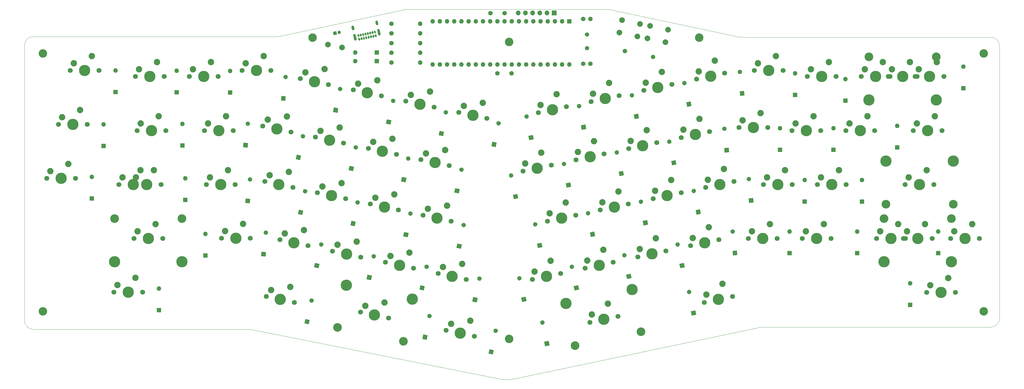
<source format=gbr>
%TF.GenerationSoftware,KiCad,Pcbnew,5.1.7-a382d34a8~88~ubuntu20.04.1*%
%TF.CreationDate,2021-03-24T17:29:37+01:00*%
%TF.ProjectId,sesame,73657361-6d65-42e6-9b69-6361645f7063,rev?*%
%TF.SameCoordinates,Original*%
%TF.FileFunction,Soldermask,Bot*%
%TF.FilePolarity,Negative*%
%FSLAX46Y46*%
G04 Gerber Fmt 4.6, Leading zero omitted, Abs format (unit mm)*
G04 Created by KiCad (PCBNEW 5.1.7-a382d34a8~88~ubuntu20.04.1) date 2021-03-24 17:29:37*
%MOMM*%
%LPD*%
G01*
G04 APERTURE LIST*
%TA.AperFunction,Profile*%
%ADD10C,0.050000*%
%TD*%
%ADD11C,1.600000*%
%ADD12C,3.000000*%
%ADD13C,1.200000*%
%ADD14C,0.150000*%
%ADD15C,2.250000*%
%ADD16C,3.987800*%
%ADD17C,1.750000*%
%ADD18O,1.700000X1.700000*%
%ADD19R,1.700000X1.700000*%
%ADD20C,3.048000*%
%ADD21O,1.600000X1.600000*%
%ADD22R,1.600000X1.600000*%
%ADD23C,1.500000*%
%ADD24C,2.000000*%
G04 APERTURE END LIST*
D10*
X43688000Y-178562000D02*
G75*
G02*
X40640000Y-175514000I0J3048000D01*
G01*
X212136488Y-196378544D02*
G75*
G02*
X209804001Y-196341999I-1062488J6640544D01*
G01*
X385064000Y-174752000D02*
G75*
G02*
X382016000Y-177800000I-3048000J0D01*
G01*
X382016000Y-75438000D02*
G75*
G02*
X385064000Y-78486000I0J-3048000D01*
G01*
X293392751Y-75346994D02*
G75*
G03*
X294132000Y-75438000I739249J2956994D01*
G01*
X247435982Y-65639400D02*
G75*
G03*
X246634000Y-65532000I-801982J-2940600D01*
G01*
X174966018Y-65639400D02*
G75*
G02*
X175768000Y-65532000I801982J-2940600D01*
G01*
X130533249Y-75092994D02*
G75*
G02*
X129794000Y-75184000I-739249J2956994D01*
G01*
X40640000Y-78232000D02*
G75*
G02*
X43688000Y-75184000I3048000J0D01*
G01*
X130533249Y-75092994D02*
X174966018Y-65639400D01*
X43688000Y-75184000D02*
X129794000Y-75184000D01*
X40640000Y-175514000D02*
X40640000Y-78232000D01*
X120396000Y-178562000D02*
X43688000Y-178562000D01*
X209804001Y-196341999D02*
X120396000Y-178562000D01*
X300736000Y-177800000D02*
X212136488Y-196378544D01*
X382016000Y-177800000D02*
X300736000Y-177800000D01*
X385064000Y-78486000D02*
X385064000Y-174752000D01*
X294132000Y-75438000D02*
X382016000Y-75438000D01*
X247435982Y-65639400D02*
X293392751Y-75346994D01*
X175768000Y-65532000D02*
X246634000Y-65532000D01*
D11*
%TO.C,C2*%
X205248500Y-66929000D03*
X210248500Y-66929000D03*
%TD*%
%TO.C,C3*%
X212708500Y-88201500D03*
X207708500Y-88201500D03*
%TD*%
%TO.C,C4*%
X238038000Y-84772500D03*
X240538000Y-84772500D03*
%TD*%
%TO.C,C5*%
X238038000Y-68961000D03*
X240538000Y-68961000D03*
%TD*%
D12*
%TO.C,REF\u002A\u002A*%
X278955500Y-75565000D03*
%TD*%
D13*
%TO.C,C1*%
X151771721Y-73665632D03*
D14*
G36*
X149842358Y-74689136D02*
G01*
X149592864Y-73515358D01*
X150766642Y-73265864D01*
X151016136Y-74439642D01*
X149842358Y-74689136D01*
G37*
%TD*%
D15*
%TO.C,MX23*%
X189214686Y-115256606D03*
D16*
X185674000Y-119697500D03*
D15*
X182475353Y-116420862D03*
D17*
X180705010Y-118641309D03*
X190642990Y-120753691D03*
%TD*%
D18*
%TO.C,AVR1*%
X215011000Y-66865500D03*
X217551000Y-66865500D03*
X220091000Y-66865500D03*
X222631000Y-66865500D03*
X225171000Y-66865500D03*
D19*
X227711000Y-66865500D03*
%TD*%
D12*
%TO.C,REF\u002A\u002A*%
X142430500Y-75565000D03*
%TD*%
D15*
%TO.C,MX61*%
X358711500Y-141414500D03*
D16*
X356171500Y-146494500D03*
D15*
X352361500Y-143954500D03*
D17*
X351091500Y-146494500D03*
X361251500Y-146494500D03*
D20*
X344265250Y-139509500D03*
X368077750Y-139509500D03*
D16*
X344265250Y-154749500D03*
X368077750Y-154749500D03*
%TD*%
D15*
%TO.C,MX59*%
X349250000Y-141414500D03*
D16*
X346710000Y-146494500D03*
D15*
X342900000Y-143954500D03*
D17*
X341630000Y-146494500D03*
X351790000Y-146494500D03*
%TD*%
D15*
%TO.C,MX31*%
X362204000Y-103314500D03*
D16*
X359664000Y-108394500D03*
D15*
X355854000Y-105854500D03*
D17*
X354584000Y-108394500D03*
X364744000Y-108394500D03*
%TD*%
D15*
%TO.C,MX15*%
X353377500Y-84201000D03*
D16*
X350837500Y-89281000D03*
D15*
X347027500Y-86741000D03*
D17*
X345757500Y-89281000D03*
X355917500Y-89281000D03*
D20*
X338931250Y-82296000D03*
X362743750Y-82296000D03*
D16*
X338931250Y-97536000D03*
X362743750Y-97536000D03*
%TD*%
D15*
%TO.C,MX33*%
X86360000Y-122364500D03*
D16*
X83820000Y-127444500D03*
D15*
X80010000Y-124904500D03*
D17*
X78740000Y-127444500D03*
X88900000Y-127444500D03*
%TD*%
D15*
%TO.C,MX18*%
X88011000Y-103314500D03*
D16*
X85471000Y-108394500D03*
D15*
X81661000Y-105854500D03*
D17*
X80391000Y-108394500D03*
X90551000Y-108394500D03*
%TD*%
D15*
%TO.C,MX69*%
X81610200Y-122377200D03*
D16*
X79070200Y-127457200D03*
D15*
X75260200Y-124917200D03*
D17*
X73990200Y-127457200D03*
X84150200Y-127457200D03*
%TD*%
D21*
%TO.C,D60*%
X334772000Y-144018000D03*
D22*
X334772000Y-151638000D03*
%TD*%
D21*
%TO.C,U1*%
X233045000Y-85026500D03*
X184785000Y-69786500D03*
X230505000Y-85026500D03*
X187325000Y-69786500D03*
X227965000Y-85026500D03*
X189865000Y-69786500D03*
X225425000Y-85026500D03*
X192405000Y-69786500D03*
X222885000Y-85026500D03*
X194945000Y-69786500D03*
X220345000Y-85026500D03*
X197485000Y-69786500D03*
X217805000Y-85026500D03*
X200025000Y-69786500D03*
X215265000Y-85026500D03*
X202565000Y-69786500D03*
X212725000Y-85026500D03*
X205105000Y-69786500D03*
X210185000Y-85026500D03*
X207645000Y-69786500D03*
X207645000Y-85026500D03*
X210185000Y-69786500D03*
X205105000Y-85026500D03*
X212725000Y-69786500D03*
X202565000Y-85026500D03*
X215265000Y-69786500D03*
X200025000Y-85026500D03*
X217805000Y-69786500D03*
X197485000Y-85026500D03*
X220345000Y-69786500D03*
X194945000Y-85026500D03*
X222885000Y-69786500D03*
X192405000Y-85026500D03*
X225425000Y-69786500D03*
X189865000Y-85026500D03*
X227965000Y-69786500D03*
X187325000Y-85026500D03*
X230505000Y-69786500D03*
X184785000Y-85026500D03*
D22*
X233045000Y-69786500D03*
%TD*%
D15*
%TO.C,MX5*%
X146606186Y-86681606D03*
D16*
X143065500Y-91122500D03*
D15*
X139866853Y-87845862D03*
D17*
X138096510Y-90066309D03*
X148034490Y-92178691D03*
%TD*%
D12*
%TO.C,REF\u002A\u002A*%
X211836000Y-181991000D03*
%TD*%
%TO.C,REF\u002A\u002A*%
X379476000Y-172212000D03*
%TD*%
%TO.C,REF\u002A\u002A*%
X379476000Y-81153000D03*
%TD*%
%TO.C,REF\u002A\u002A*%
X47117000Y-81153000D03*
%TD*%
%TO.C,REF\u002A\u002A*%
X47117000Y-172212000D03*
%TD*%
%TO.C,REF\u002A\u002A*%
X211836000Y-77089000D03*
%TD*%
D23*
%TO.C,XTAL1*%
X239331500Y-79302000D03*
X239331500Y-74422000D03*
%TD*%
D15*
%TO.C,MX24*%
X223170304Y-116168914D03*
D16*
X221742000Y-121666000D03*
D15*
X217487162Y-119973649D03*
D17*
X216773010Y-122722191D03*
X226710990Y-120609809D03*
%TD*%
D15*
%TO.C,MX28*%
X300672500Y-102235000D03*
D16*
X298132500Y-107315000D03*
D15*
X294322500Y-104775000D03*
D17*
X293052500Y-107315000D03*
X303212500Y-107315000D03*
%TD*%
D15*
%TO.C,MX66*%
X246728804Y-169572414D03*
D16*
X245300500Y-175069500D03*
D15*
X241045662Y-173377149D03*
D17*
X240331510Y-176125691D03*
X250269490Y-174013309D03*
D20*
X235106693Y-184377310D03*
X258398833Y-179426412D03*
D16*
X231938119Y-169470340D03*
X255230259Y-164519443D03*
%TD*%
D15*
%TO.C,MX65*%
X198104686Y-175518106D03*
D16*
X194564000Y-179959000D03*
D15*
X191365353Y-176682362D03*
D17*
X189595010Y-178902809D03*
X199532990Y-181015191D03*
%TD*%
D15*
%TO.C,MX64*%
X167815186Y-169104606D03*
D16*
X164274500Y-173545500D03*
D15*
X161075853Y-170268862D03*
D17*
X159305510Y-172489309D03*
X169243490Y-174601691D03*
D20*
X151176167Y-177902412D03*
X174468307Y-182853310D03*
D16*
X154344741Y-162995443D03*
X177636881Y-167946340D03*
%TD*%
D15*
%TO.C,MX46*%
X359346500Y-122364500D03*
D16*
X356806500Y-127444500D03*
D15*
X352996500Y-124904500D03*
D17*
X351726500Y-127444500D03*
X361886500Y-127444500D03*
D20*
X344900250Y-134429500D03*
X368712750Y-134429500D03*
D16*
X344900250Y-119189500D03*
X368712750Y-119189500D03*
%TD*%
D15*
%TO.C,MX47*%
X86931500Y-141414500D03*
D16*
X84391500Y-146494500D03*
D15*
X80581500Y-143954500D03*
D17*
X79311500Y-146494500D03*
X89471500Y-146494500D03*
D20*
X72485250Y-139509500D03*
X96297750Y-139509500D03*
D16*
X72485250Y-154749500D03*
X96297750Y-154749500D03*
%TD*%
D15*
%TO.C,MX16*%
X362839000Y-84201000D03*
D16*
X360299000Y-89281000D03*
D15*
X356489000Y-86741000D03*
D17*
X355219000Y-89281000D03*
X365379000Y-89281000D03*
%TD*%
D15*
%TO.C,MX45*%
X343789000Y-84201000D03*
D16*
X341249000Y-89281000D03*
D15*
X337439000Y-86741000D03*
D17*
X336169000Y-89281000D03*
X346329000Y-89281000D03*
%TD*%
D15*
%TO.C,MX68*%
X366966500Y-160464500D03*
D16*
X364426500Y-165544500D03*
D15*
X360616500Y-163004500D03*
D17*
X359346500Y-165544500D03*
X369506500Y-165544500D03*
%TD*%
D15*
%TO.C,MX67*%
X287178304Y-162523914D03*
D16*
X285750000Y-168021000D03*
D15*
X281495162Y-166328649D03*
D17*
X280781010Y-169077191D03*
X290718990Y-166964809D03*
%TD*%
D15*
%TO.C,MX63*%
X134541186Y-163580106D03*
D16*
X131000500Y-168021000D03*
D15*
X127801853Y-164744362D03*
D17*
X126031510Y-166964809D03*
X135969490Y-169077191D03*
%TD*%
D15*
%TO.C,MX62*%
X79819500Y-160401000D03*
D16*
X77279500Y-165481000D03*
D15*
X73469500Y-162941000D03*
D17*
X72199500Y-165481000D03*
X82359500Y-165481000D03*
%TD*%
D15*
%TO.C,MX60*%
X375412000Y-141414500D03*
D16*
X372872000Y-146494500D03*
D15*
X369062000Y-143954500D03*
D17*
X367792000Y-146494500D03*
X377952000Y-146494500D03*
%TD*%
D15*
%TO.C,MX58*%
X323024500Y-141414500D03*
D16*
X320484500Y-146494500D03*
D15*
X316674500Y-143954500D03*
D17*
X315404500Y-146494500D03*
X325564500Y-146494500D03*
%TD*%
D15*
%TO.C,MX57*%
X303974500Y-141414500D03*
D16*
X301434500Y-146494500D03*
D15*
X297624500Y-143954500D03*
D17*
X296354500Y-146494500D03*
X306514500Y-146494500D03*
%TD*%
D15*
%TO.C,MX56*%
X282352304Y-142521414D03*
D16*
X280924000Y-148018500D03*
D15*
X276669162Y-146326149D03*
D17*
X275955010Y-149074691D03*
X285892990Y-146962309D03*
%TD*%
D15*
%TO.C,MX55*%
X263683304Y-146458414D03*
D16*
X262255000Y-151955500D03*
D15*
X258000162Y-150263149D03*
D17*
X257286010Y-153011691D03*
X267223990Y-150899309D03*
%TD*%
D15*
%TO.C,MX54*%
X245077804Y-150458914D03*
D16*
X243649500Y-155956000D03*
D15*
X239394662Y-154263649D03*
D17*
X238680510Y-157012191D03*
X248618490Y-154899809D03*
%TD*%
D15*
%TO.C,MX53*%
X226472304Y-154395914D03*
D16*
X225044000Y-159893000D03*
D15*
X220789162Y-158200649D03*
D17*
X220075010Y-160949191D03*
X230012990Y-158836809D03*
%TD*%
D15*
%TO.C,MX52*%
X195247186Y-155452106D03*
D16*
X191706500Y-159893000D03*
D15*
X188507853Y-156616362D03*
D17*
X186737510Y-158836809D03*
X196675490Y-160949191D03*
%TD*%
D15*
%TO.C,MX51*%
X176641686Y-151515106D03*
D16*
X173101000Y-155956000D03*
D15*
X169902353Y-152679362D03*
D17*
X168132010Y-154899809D03*
X178069990Y-157012191D03*
%TD*%
D15*
%TO.C,MX50*%
X157972686Y-147578106D03*
D16*
X154432000Y-152019000D03*
D15*
X151233353Y-148742362D03*
D17*
X149463010Y-150962809D03*
X159400990Y-153075191D03*
%TD*%
D15*
%TO.C,MX49*%
X139367186Y-143577606D03*
D16*
X135826500Y-148018500D03*
D15*
X132627853Y-144741862D03*
D17*
X130857510Y-146962309D03*
X140795490Y-149074691D03*
%TD*%
D15*
%TO.C,MX48*%
X117856000Y-141351000D03*
D16*
X115316000Y-146431000D03*
D15*
X111506000Y-143891000D03*
D17*
X110236000Y-146431000D03*
X120396000Y-146431000D03*
%TD*%
D15*
%TO.C,MX44*%
X328358500Y-122364500D03*
D16*
X325818500Y-127444500D03*
D15*
X322008500Y-124904500D03*
D17*
X320738500Y-127444500D03*
X330898500Y-127444500D03*
%TD*%
D15*
%TO.C,MX43*%
X309308500Y-122364500D03*
D16*
X306768500Y-127444500D03*
D15*
X302958500Y-124904500D03*
D17*
X301688500Y-127444500D03*
X311848500Y-127444500D03*
%TD*%
D15*
%TO.C,MX42*%
X287686304Y-121947414D03*
D16*
X286258000Y-127444500D03*
D15*
X282003162Y-125752149D03*
D17*
X281289010Y-128500691D03*
X291226990Y-126388309D03*
%TD*%
D15*
%TO.C,MX41*%
X269080804Y-125884414D03*
D16*
X267652500Y-131381500D03*
D15*
X263397662Y-129689149D03*
D17*
X262683510Y-132437691D03*
X272621490Y-130325309D03*
%TD*%
D15*
%TO.C,MX40*%
X250411804Y-129884914D03*
D16*
X248983500Y-135382000D03*
D15*
X244728662Y-133689649D03*
D17*
X244014510Y-136438191D03*
X253952490Y-134325809D03*
%TD*%
D15*
%TO.C,MX39*%
X231806304Y-133821914D03*
D16*
X230378000Y-139319000D03*
D15*
X226123162Y-137626649D03*
D17*
X225409010Y-140375191D03*
X235346990Y-138262809D03*
%TD*%
D15*
%TO.C,MX38*%
X189913186Y-134878106D03*
D16*
X186372500Y-139319000D03*
D15*
X183173853Y-136042362D03*
D17*
X181403510Y-138262809D03*
X191341490Y-140375191D03*
%TD*%
D15*
%TO.C,MX37*%
X171307686Y-130941106D03*
D16*
X167767000Y-135382000D03*
D15*
X164568353Y-132105362D03*
D17*
X162798010Y-134325809D03*
X172735990Y-136438191D03*
%TD*%
D15*
%TO.C,MX36*%
X152638686Y-126940606D03*
D16*
X149098000Y-131381500D03*
D15*
X145899353Y-128104862D03*
D17*
X144129010Y-130325309D03*
X154066990Y-132437691D03*
%TD*%
D15*
%TO.C,MX35*%
X134033186Y-123003606D03*
D16*
X130492500Y-127444500D03*
D15*
X127293853Y-124167862D03*
D17*
X125523510Y-126388309D03*
X135461490Y-128500691D03*
%TD*%
D15*
%TO.C,MX34*%
X112522000Y-122364500D03*
D16*
X109982000Y-127444500D03*
D15*
X106172000Y-124904500D03*
D17*
X104902000Y-127444500D03*
X115062000Y-127444500D03*
%TD*%
D15*
%TO.C,MX32*%
X56134000Y-120205500D03*
D16*
X53594000Y-125285500D03*
D15*
X49784000Y-122745500D03*
D17*
X48514000Y-125285500D03*
X58674000Y-125285500D03*
%TD*%
D15*
%TO.C,MX30*%
X338391500Y-103314500D03*
D16*
X335851500Y-108394500D03*
D15*
X332041500Y-105854500D03*
D17*
X330771500Y-108394500D03*
X340931500Y-108394500D03*
%TD*%
D15*
%TO.C,MX29*%
X319341500Y-103314500D03*
D16*
X316801500Y-108394500D03*
D15*
X312991500Y-105854500D03*
D17*
X311721500Y-108394500D03*
X321881500Y-108394500D03*
%TD*%
D15*
%TO.C,MX27*%
X279050304Y-104294414D03*
D16*
X277622000Y-109791500D03*
D15*
X273367162Y-108099149D03*
D17*
X272653010Y-110847691D03*
X282590990Y-108735309D03*
%TD*%
D15*
%TO.C,MX26*%
X260444804Y-108231414D03*
D16*
X259016500Y-113728500D03*
D15*
X254761662Y-112036149D03*
D17*
X254047510Y-114784691D03*
X263985490Y-112672309D03*
%TD*%
D15*
%TO.C,MX25*%
X241839304Y-112168414D03*
D16*
X240411000Y-117665500D03*
D15*
X236156162Y-115973149D03*
D17*
X235442010Y-118721691D03*
X245379990Y-116609309D03*
%TD*%
D15*
%TO.C,MX22*%
X170609186Y-111256106D03*
D16*
X167068500Y-115697000D03*
D15*
X163869853Y-112420362D03*
D17*
X162099510Y-114640809D03*
X172037490Y-116753191D03*
%TD*%
D15*
%TO.C,MX21*%
X151940186Y-107319106D03*
D16*
X148399500Y-111760000D03*
D15*
X145200853Y-108483362D03*
D17*
X143430510Y-110703809D03*
X153368490Y-112816191D03*
%TD*%
D15*
%TO.C,MX20*%
X133334686Y-103382106D03*
D16*
X129794000Y-107823000D03*
D15*
X126595353Y-104546362D03*
D17*
X124825010Y-106766809D03*
X134762990Y-108879191D03*
%TD*%
D15*
%TO.C,MX19*%
X111823500Y-103314500D03*
D16*
X109283500Y-108394500D03*
D15*
X105473500Y-105854500D03*
D17*
X104203500Y-108394500D03*
X114363500Y-108394500D03*
%TD*%
D15*
%TO.C,MX17*%
X60261500Y-101155500D03*
D16*
X57721500Y-106235500D03*
D15*
X53911500Y-103695500D03*
D17*
X52641500Y-106235500D03*
X62801500Y-106235500D03*
%TD*%
D15*
%TO.C,MX14*%
X324739000Y-84201000D03*
D16*
X322199000Y-89281000D03*
D15*
X318389000Y-86741000D03*
D17*
X317119000Y-89281000D03*
X327279000Y-89281000D03*
%TD*%
D15*
%TO.C,MX13*%
X306070000Y-82105500D03*
D16*
X303530000Y-87185500D03*
D15*
X299720000Y-84645500D03*
D17*
X298450000Y-87185500D03*
X308610000Y-87185500D03*
%TD*%
D15*
%TO.C,MX12*%
X284447804Y-83656914D03*
D16*
X283019500Y-89154000D03*
D15*
X278764662Y-87461649D03*
D17*
X278050510Y-90210191D03*
X287988490Y-88097809D03*
%TD*%
D15*
%TO.C,MX11*%
X265778804Y-87657414D03*
D16*
X264350500Y-93154500D03*
D15*
X260095662Y-91462149D03*
D17*
X259381510Y-94210691D03*
X269319490Y-92098309D03*
%TD*%
D15*
%TO.C,MX10*%
X247173304Y-91594414D03*
D16*
X245745000Y-97091500D03*
D15*
X241490162Y-95399149D03*
D17*
X240776010Y-98147691D03*
X250713990Y-96035309D03*
%TD*%
D15*
%TO.C,MX9*%
X228567804Y-95531414D03*
D16*
X227139500Y-101028500D03*
D15*
X222884662Y-99336149D03*
D17*
X222170510Y-102084691D03*
X232108490Y-99972309D03*
%TD*%
D15*
%TO.C,MX8*%
X202549686Y-98556106D03*
D16*
X199009000Y-102997000D03*
D15*
X195810353Y-99720362D03*
D17*
X194040010Y-101940809D03*
X203977990Y-104053191D03*
%TD*%
D15*
%TO.C,MX7*%
X183880686Y-94619106D03*
D16*
X180340000Y-99060000D03*
D15*
X177141353Y-95783362D03*
D17*
X175371010Y-98003809D03*
X185308990Y-100116191D03*
%TD*%
D15*
%TO.C,MX6*%
X165275186Y-90618606D03*
D16*
X161734500Y-95059500D03*
D15*
X158535853Y-91782862D03*
D17*
X156765510Y-94003309D03*
X166703490Y-96115691D03*
%TD*%
D15*
%TO.C,MX4*%
X125095000Y-82105500D03*
D16*
X122555000Y-87185500D03*
D15*
X118745000Y-84645500D03*
D17*
X117475000Y-87185500D03*
X127635000Y-87185500D03*
%TD*%
D15*
%TO.C,MX3*%
X106521250Y-84201000D03*
D16*
X103981250Y-89281000D03*
D15*
X100171250Y-86741000D03*
D17*
X98901250Y-89281000D03*
X109061250Y-89281000D03*
%TD*%
D15*
%TO.C,MX2*%
X87471250Y-84201000D03*
D16*
X84931250Y-89281000D03*
D15*
X81121250Y-86741000D03*
D17*
X79851250Y-89281000D03*
X90011250Y-89281000D03*
%TD*%
D15*
%TO.C,MX1*%
X64389000Y-82105500D03*
D16*
X61849000Y-87185500D03*
D15*
X58039000Y-84645500D03*
D17*
X56769000Y-87185500D03*
X66929000Y-87185500D03*
%TD*%
%TO.C,USB1*%
G36*
G01*
X163324913Y-74995366D02*
X163397683Y-75337718D01*
G75*
G02*
X163147356Y-75723187I-317898J-67571D01*
G01*
X163147356Y-75723187D01*
G75*
G02*
X162761887Y-75472860I-67571J317898D01*
G01*
X162689117Y-75130508D01*
G75*
G02*
X162939444Y-74745039I317898J67571D01*
G01*
X162939444Y-74745039D01*
G75*
G02*
X163324913Y-74995366I67571J-317898D01*
G01*
G37*
G36*
G01*
X164987763Y-74641916D02*
X165060533Y-74984268D01*
G75*
G02*
X164810206Y-75369737I-317898J-67571D01*
G01*
X164810206Y-75369737D01*
G75*
G02*
X164424737Y-75119410I-67571J317898D01*
G01*
X164351967Y-74777058D01*
G75*
G02*
X164602294Y-74391589I317898J67571D01*
G01*
X164602294Y-74391589D01*
G75*
G02*
X164987763Y-74641916I67571J-317898D01*
G01*
G37*
G36*
G01*
X164156338Y-74818641D02*
X164229108Y-75160993D01*
G75*
G02*
X163978781Y-75546462I-317898J-67571D01*
G01*
X163978781Y-75546462D01*
G75*
G02*
X163593312Y-75296135I-67571J317898D01*
G01*
X163520542Y-74953783D01*
G75*
G02*
X163770869Y-74568314I317898J67571D01*
G01*
X163770869Y-74568314D01*
G75*
G02*
X164156338Y-74818641I67571J-317898D01*
G01*
G37*
G36*
G01*
X162493487Y-75172091D02*
X162566257Y-75514443D01*
G75*
G02*
X162315930Y-75899912I-317898J-67571D01*
G01*
X162315930Y-75899912D01*
G75*
G02*
X161930461Y-75649585I-67571J317898D01*
G01*
X161857691Y-75307233D01*
G75*
G02*
X162108018Y-74921764I317898J67571D01*
G01*
X162108018Y-74921764D01*
G75*
G02*
X162493487Y-75172091I67571J-317898D01*
G01*
G37*
G36*
G01*
X161662062Y-75348816D02*
X161734832Y-75691168D01*
G75*
G02*
X161484505Y-76076637I-317898J-67571D01*
G01*
X161484505Y-76076637D01*
G75*
G02*
X161099036Y-75826310I-67571J317898D01*
G01*
X161026266Y-75483958D01*
G75*
G02*
X161276593Y-75098489I317898J67571D01*
G01*
X161276593Y-75098489D01*
G75*
G02*
X161662062Y-75348816I67571J-317898D01*
G01*
G37*
G36*
G01*
X160830636Y-75525541D02*
X160903406Y-75867893D01*
G75*
G02*
X160653079Y-76253362I-317898J-67571D01*
G01*
X160653079Y-76253362D01*
G75*
G02*
X160267610Y-76003035I-67571J317898D01*
G01*
X160194840Y-75660683D01*
G75*
G02*
X160445167Y-75275214I317898J67571D01*
G01*
X160445167Y-75275214D01*
G75*
G02*
X160830636Y-75525541I67571J-317898D01*
G01*
G37*
G36*
G01*
X159999211Y-75702266D02*
X160071981Y-76044618D01*
G75*
G02*
X159821654Y-76430087I-317898J-67571D01*
G01*
X159821654Y-76430087D01*
G75*
G02*
X159436185Y-76179760I-67571J317898D01*
G01*
X159363415Y-75837408D01*
G75*
G02*
X159613742Y-75451939I317898J67571D01*
G01*
X159613742Y-75451939D01*
G75*
G02*
X159999211Y-75702266I67571J-317898D01*
G01*
G37*
G36*
G01*
X159167785Y-75878991D02*
X159240555Y-76221343D01*
G75*
G02*
X158990228Y-76606812I-317898J-67571D01*
G01*
X158990228Y-76606812D01*
G75*
G02*
X158604759Y-76356485I-67571J317898D01*
G01*
X158531989Y-76014133D01*
G75*
G02*
X158782316Y-75628664I317898J67571D01*
G01*
X158782316Y-75628664D01*
G75*
G02*
X159167785Y-75878991I67571J-317898D01*
G01*
G37*
G36*
G01*
X164712280Y-73345871D02*
X164785050Y-73688223D01*
G75*
G02*
X164534723Y-74073692I-317898J-67571D01*
G01*
X164534723Y-74073692D01*
G75*
G02*
X164149254Y-73823365I-67571J317898D01*
G01*
X164076484Y-73481013D01*
G75*
G02*
X164326811Y-73095544I317898J67571D01*
G01*
X164326811Y-73095544D01*
G75*
G02*
X164712280Y-73345871I67571J-317898D01*
G01*
G37*
G36*
G01*
X163875964Y-73523635D02*
X163948734Y-73865987D01*
G75*
G02*
X163698407Y-74251456I-317898J-67571D01*
G01*
X163698407Y-74251456D01*
G75*
G02*
X163312938Y-74001129I-67571J317898D01*
G01*
X163240168Y-73658777D01*
G75*
G02*
X163490495Y-73273308I317898J67571D01*
G01*
X163490495Y-73273308D01*
G75*
G02*
X163875964Y-73523635I67571J-317898D01*
G01*
G37*
G36*
G01*
X163044539Y-73700360D02*
X163117309Y-74042712D01*
G75*
G02*
X162866982Y-74428181I-317898J-67571D01*
G01*
X162866982Y-74428181D01*
G75*
G02*
X162481513Y-74177854I-67571J317898D01*
G01*
X162408743Y-73835502D01*
G75*
G02*
X162659070Y-73450033I317898J67571D01*
G01*
X162659070Y-73450033D01*
G75*
G02*
X163044539Y-73700360I67571J-317898D01*
G01*
G37*
G36*
G01*
X162213113Y-73877085D02*
X162285883Y-74219437D01*
G75*
G02*
X162035556Y-74604906I-317898J-67571D01*
G01*
X162035556Y-74604906D01*
G75*
G02*
X161650087Y-74354579I-67571J317898D01*
G01*
X161577317Y-74012227D01*
G75*
G02*
X161827644Y-73626758I317898J67571D01*
G01*
X161827644Y-73626758D01*
G75*
G02*
X162213113Y-73877085I67571J-317898D01*
G01*
G37*
G36*
G01*
X161381688Y-74053810D02*
X161454458Y-74396162D01*
G75*
G02*
X161204131Y-74781631I-317898J-67571D01*
G01*
X161204131Y-74781631D01*
G75*
G02*
X160818662Y-74531304I-67571J317898D01*
G01*
X160745892Y-74188952D01*
G75*
G02*
X160996219Y-73803483I317898J67571D01*
G01*
X160996219Y-73803483D01*
G75*
G02*
X161381688Y-74053810I67571J-317898D01*
G01*
G37*
G36*
G01*
X160550262Y-74230535D02*
X160623032Y-74572887D01*
G75*
G02*
X160372705Y-74958356I-317898J-67571D01*
G01*
X160372705Y-74958356D01*
G75*
G02*
X159987236Y-74708029I-67571J317898D01*
G01*
X159914466Y-74365677D01*
G75*
G02*
X160164793Y-73980208I317898J67571D01*
G01*
X160164793Y-73980208D01*
G75*
G02*
X160550262Y-74230535I67571J-317898D01*
G01*
G37*
G36*
G01*
X159718837Y-74407260D02*
X159791607Y-74749612D01*
G75*
G02*
X159541280Y-75135081I-317898J-67571D01*
G01*
X159541280Y-75135081D01*
G75*
G02*
X159155811Y-74884754I-67571J317898D01*
G01*
X159083041Y-74542402D01*
G75*
G02*
X159333368Y-74156933I317898J67571D01*
G01*
X159333368Y-74156933D01*
G75*
G02*
X159718837Y-74407260I67571J-317898D01*
G01*
G37*
G36*
G01*
X158887411Y-74583985D02*
X158960181Y-74926337D01*
G75*
G02*
X158709854Y-75311806I-317898J-67571D01*
G01*
X158709854Y-75311806D01*
G75*
G02*
X158324385Y-75061479I-67571J317898D01*
G01*
X158251615Y-74719127D01*
G75*
G02*
X158501942Y-74333658I317898J67571D01*
G01*
X158501942Y-74333658D01*
G75*
G02*
X158887411Y-74583985I67571J-317898D01*
G01*
G37*
G36*
G01*
X166107228Y-72814227D02*
X166419096Y-74281449D01*
G75*
G02*
X166072490Y-74815175I-440166J-93560D01*
G01*
X166072490Y-74815175D01*
G75*
G02*
X165538764Y-74468569I-93560J440166D01*
G01*
X165226896Y-73001347D01*
G75*
G02*
X165573502Y-72467621I440166J93560D01*
G01*
X165573502Y-72467621D01*
G75*
G02*
X166107228Y-72814227I93560J-440166D01*
G01*
G37*
G36*
G01*
X157646251Y-74612663D02*
X157958119Y-76079885D01*
G75*
G02*
X157611513Y-76613611I-440166J-93560D01*
G01*
X157611513Y-76613611D01*
G75*
G02*
X157077787Y-76267005I-93560J440166D01*
G01*
X156765919Y-74799783D01*
G75*
G02*
X157112525Y-74266057I440166J93560D01*
G01*
X157112525Y-74266057D01*
G75*
G02*
X157646251Y-74612663I93560J-440166D01*
G01*
G37*
G36*
G01*
X165477256Y-69850440D02*
X165643586Y-70632958D01*
G75*
G02*
X165296980Y-71166684I-440166J-93560D01*
G01*
X165296980Y-71166684D01*
G75*
G02*
X164763254Y-70820078I-93560J440166D01*
G01*
X164596924Y-70037560D01*
G75*
G02*
X164943530Y-69503834I440166J93560D01*
G01*
X164943530Y-69503834D01*
G75*
G02*
X165477256Y-69850440I93560J-440166D01*
G01*
G37*
G36*
G01*
X157016279Y-71648876D02*
X157182609Y-72431394D01*
G75*
G02*
X156836003Y-72965120I-440166J-93560D01*
G01*
X156836003Y-72965120D01*
G75*
G02*
X156302277Y-72618514I-93560J440166D01*
G01*
X156135947Y-71835996D01*
G75*
G02*
X156482553Y-71302270I440166J93560D01*
G01*
X156482553Y-71302270D01*
G75*
G02*
X157016279Y-71648876I93560J-440166D01*
G01*
G37*
%TD*%
D24*
%TO.C,Reset1*%
X267977959Y-72725426D03*
X267042357Y-77127090D03*
X261620000Y-71374000D03*
X260684397Y-75775664D03*
%TD*%
%TO.C,R6*%
G36*
G01*
X261885462Y-82210054D02*
X261885462Y-82210054D01*
G75*
G02*
X262834309Y-81593865I782518J-166329D01*
G01*
X262834309Y-81593865D01*
G75*
G02*
X263450498Y-82542712I-166329J-782518D01*
G01*
X263450498Y-82542712D01*
G75*
G02*
X262501651Y-83158901I-782518J166329D01*
G01*
X262501651Y-83158901D01*
G75*
G02*
X261885462Y-82210054I166329J782518D01*
G01*
G37*
D11*
X252730000Y-80264000D03*
%TD*%
D21*
%TO.C,R5*%
X180403500Y-70612000D03*
D11*
X170243500Y-70612000D03*
%TD*%
D21*
%TO.C,R4*%
X180403500Y-74041000D03*
D11*
X170243500Y-74041000D03*
%TD*%
D21*
%TO.C,R3*%
X180403500Y-80899000D03*
D11*
X170243500Y-80899000D03*
%TD*%
D21*
%TO.C,R2*%
X180403500Y-77470000D03*
D11*
X170243500Y-77470000D03*
%TD*%
D21*
%TO.C,R1*%
X180403500Y-84328000D03*
D11*
X170243500Y-84328000D03*
%TD*%
D24*
%TO.C,F1*%
X152794911Y-79043973D03*
X147828000Y-77978000D03*
%TD*%
D21*
%TO.C,D68*%
X353441000Y-162306000D03*
D22*
X353441000Y-169926000D03*
%TD*%
%TO.C,D67*%
G36*
G01*
X275569042Y-166176033D02*
X275569042Y-166176033D01*
G75*
G02*
X274620195Y-165559844I-166329J782518D01*
G01*
X274620195Y-165559844D01*
G75*
G02*
X275236384Y-164610997I782518J166329D01*
G01*
X275236384Y-164610997D01*
G75*
G02*
X276185231Y-165227186I166329J-782518D01*
G01*
X276185231Y-165227186D01*
G75*
G02*
X275569042Y-166176033I-782518J-166329D01*
G01*
G37*
D14*
G36*
X277935847Y-173463189D02*
G01*
X276370811Y-173795847D01*
X276038153Y-172230811D01*
X277603189Y-171898153D01*
X277935847Y-173463189D01*
G37*
%TD*%
%TO.C,D66*%
G36*
G01*
X223753042Y-176971033D02*
X223753042Y-176971033D01*
G75*
G02*
X222804195Y-176354844I-166329J782518D01*
G01*
X222804195Y-176354844D01*
G75*
G02*
X223420384Y-175405997I782518J166329D01*
G01*
X223420384Y-175405997D01*
G75*
G02*
X224369231Y-176022186I166329J-782518D01*
G01*
X224369231Y-176022186D01*
G75*
G02*
X223753042Y-176971033I-782518J-166329D01*
G01*
G37*
G36*
X226119847Y-184258189D02*
G01*
X224554811Y-184590847D01*
X224222153Y-183025811D01*
X225787189Y-182693153D01*
X226119847Y-184258189D01*
G37*
%TD*%
%TO.C,D65*%
G36*
G01*
X206903958Y-179892033D02*
X206903958Y-179892033D01*
G75*
G02*
X206287769Y-178943186I166329J782518D01*
G01*
X206287769Y-178943186D01*
G75*
G02*
X207236616Y-178326997I782518J-166329D01*
G01*
X207236616Y-178326997D01*
G75*
G02*
X207852805Y-179275844I-166329J-782518D01*
G01*
X207852805Y-179275844D01*
G75*
G02*
X206903958Y-179892033I-782518J166329D01*
G01*
G37*
G36*
X206102189Y-187511847D02*
G01*
X204537153Y-187179189D01*
X204869811Y-185614153D01*
X206434847Y-185946811D01*
X206102189Y-187511847D01*
G37*
%TD*%
%TO.C,D64*%
G36*
G01*
X183535958Y-174685033D02*
X183535958Y-174685033D01*
G75*
G02*
X182919769Y-173736186I166329J782518D01*
G01*
X182919769Y-173736186D01*
G75*
G02*
X183868616Y-173119997I782518J-166329D01*
G01*
X183868616Y-173119997D01*
G75*
G02*
X184484805Y-174068844I-166329J-782518D01*
G01*
X184484805Y-174068844D01*
G75*
G02*
X183535958Y-174685033I-782518J166329D01*
G01*
G37*
G36*
X182734189Y-182304847D02*
G01*
X181169153Y-181972189D01*
X181501811Y-180407153D01*
X183066847Y-180739811D01*
X182734189Y-182304847D01*
G37*
%TD*%
%TO.C,D63*%
G36*
G01*
X141879958Y-169224033D02*
X141879958Y-169224033D01*
G75*
G02*
X141263769Y-168275186I166329J782518D01*
G01*
X141263769Y-168275186D01*
G75*
G02*
X142212616Y-167658997I782518J-166329D01*
G01*
X142212616Y-167658997D01*
G75*
G02*
X142828805Y-168607844I-166329J-782518D01*
G01*
X142828805Y-168607844D01*
G75*
G02*
X141879958Y-169224033I-782518J166329D01*
G01*
G37*
G36*
X141078189Y-176843847D02*
G01*
X139513153Y-176511189D01*
X139845811Y-174946153D01*
X141410847Y-175278811D01*
X141078189Y-176843847D01*
G37*
%TD*%
D21*
%TO.C,D62*%
X88138000Y-164211000D03*
D22*
X88138000Y-171831000D03*
%TD*%
D21*
%TO.C,D61*%
X363347000Y-144018000D03*
D22*
X363347000Y-151638000D03*
%TD*%
D21*
%TO.C,D59*%
X310896000Y-144018000D03*
D22*
X310896000Y-151638000D03*
%TD*%
%TO.C,D58*%
G36*
G01*
X290879116Y-144855361D02*
X290879116Y-144855361D01*
G75*
G02*
X289999875Y-144143366I-83623J795618D01*
G01*
X289999875Y-144143366D01*
G75*
G02*
X290711870Y-143264125I795618J83623D01*
G01*
X290711870Y-143264125D01*
G75*
G02*
X291591111Y-143976120I83623J-795618D01*
G01*
X291591111Y-143976120D01*
G75*
G02*
X290879116Y-144855361I-795618J-83623D01*
G01*
G37*
D14*
G36*
X292471240Y-152349995D02*
G01*
X290880005Y-152517240D01*
X290712760Y-150926005D01*
X292303995Y-150758760D01*
X292471240Y-152349995D01*
G37*
%TD*%
%TO.C,D57*%
G36*
G01*
X271505042Y-149412033D02*
X271505042Y-149412033D01*
G75*
G02*
X270556195Y-148795844I-166329J782518D01*
G01*
X270556195Y-148795844D01*
G75*
G02*
X271172384Y-147846997I782518J166329D01*
G01*
X271172384Y-147846997D01*
G75*
G02*
X272121231Y-148463186I166329J-782518D01*
G01*
X272121231Y-148463186D01*
G75*
G02*
X271505042Y-149412033I-782518J-166329D01*
G01*
G37*
G36*
X273871847Y-156699189D02*
G01*
X272306811Y-157031847D01*
X271974153Y-155466811D01*
X273539189Y-155134153D01*
X273871847Y-156699189D01*
G37*
%TD*%
%TO.C,D56*%
G36*
G01*
X252709042Y-153222033D02*
X252709042Y-153222033D01*
G75*
G02*
X251760195Y-152605844I-166329J782518D01*
G01*
X251760195Y-152605844D01*
G75*
G02*
X252376384Y-151656997I782518J166329D01*
G01*
X252376384Y-151656997D01*
G75*
G02*
X253325231Y-152273186I166329J-782518D01*
G01*
X253325231Y-152273186D01*
G75*
G02*
X252709042Y-153222033I-782518J-166329D01*
G01*
G37*
G36*
X255075847Y-160509189D02*
G01*
X253510811Y-160841847D01*
X253178153Y-159276811D01*
X254743189Y-158944153D01*
X255075847Y-160509189D01*
G37*
%TD*%
%TO.C,D55*%
G36*
G01*
X234167042Y-157286033D02*
X234167042Y-157286033D01*
G75*
G02*
X233218195Y-156669844I-166329J782518D01*
G01*
X233218195Y-156669844D01*
G75*
G02*
X233834384Y-155720997I782518J166329D01*
G01*
X233834384Y-155720997D01*
G75*
G02*
X234783231Y-156337186I166329J-782518D01*
G01*
X234783231Y-156337186D01*
G75*
G02*
X234167042Y-157286033I-782518J-166329D01*
G01*
G37*
G36*
X236533847Y-164573189D02*
G01*
X234968811Y-164905847D01*
X234636153Y-163340811D01*
X236201189Y-163008153D01*
X236533847Y-164573189D01*
G37*
%TD*%
%TO.C,D54*%
G36*
G01*
X215625042Y-161350033D02*
X215625042Y-161350033D01*
G75*
G02*
X214676195Y-160733844I-166329J782518D01*
G01*
X214676195Y-160733844D01*
G75*
G02*
X215292384Y-159784997I782518J166329D01*
G01*
X215292384Y-159784997D01*
G75*
G02*
X216241231Y-160401186I166329J-782518D01*
G01*
X216241231Y-160401186D01*
G75*
G02*
X215625042Y-161350033I-782518J-166329D01*
G01*
G37*
G36*
X217991847Y-168637189D02*
G01*
X216426811Y-168969847D01*
X216094153Y-167404811D01*
X217659189Y-167072153D01*
X217991847Y-168637189D01*
G37*
%TD*%
%TO.C,D53*%
G36*
G01*
X201188958Y-161477033D02*
X201188958Y-161477033D01*
G75*
G02*
X200572769Y-160528186I166329J782518D01*
G01*
X200572769Y-160528186D01*
G75*
G02*
X201521616Y-159911997I782518J-166329D01*
G01*
X201521616Y-159911997D01*
G75*
G02*
X202137805Y-160860844I-166329J-782518D01*
G01*
X202137805Y-160860844D01*
G75*
G02*
X201188958Y-161477033I-782518J166329D01*
G01*
G37*
G36*
X200387189Y-169096847D02*
G01*
X198822153Y-168764189D01*
X199154811Y-167199153D01*
X200719847Y-167531811D01*
X200387189Y-169096847D01*
G37*
%TD*%
%TO.C,D52*%
G36*
G01*
X182519958Y-157286033D02*
X182519958Y-157286033D01*
G75*
G02*
X181903769Y-156337186I166329J782518D01*
G01*
X181903769Y-156337186D01*
G75*
G02*
X182852616Y-155720997I782518J-166329D01*
G01*
X182852616Y-155720997D01*
G75*
G02*
X183468805Y-156669844I-166329J-782518D01*
G01*
X183468805Y-156669844D01*
G75*
G02*
X182519958Y-157286033I-782518J166329D01*
G01*
G37*
G36*
X181718189Y-164905847D02*
G01*
X180153153Y-164573189D01*
X180485811Y-163008153D01*
X182050847Y-163340811D01*
X181718189Y-164905847D01*
G37*
%TD*%
%TO.C,D51*%
G36*
G01*
X163850958Y-153603033D02*
X163850958Y-153603033D01*
G75*
G02*
X163234769Y-152654186I166329J782518D01*
G01*
X163234769Y-152654186D01*
G75*
G02*
X164183616Y-152037997I782518J-166329D01*
G01*
X164183616Y-152037997D01*
G75*
G02*
X164799805Y-152986844I-166329J-782518D01*
G01*
X164799805Y-152986844D01*
G75*
G02*
X163850958Y-153603033I-782518J166329D01*
G01*
G37*
G36*
X163049189Y-161222847D02*
G01*
X161484153Y-160890189D01*
X161816811Y-159325153D01*
X163381847Y-159657811D01*
X163049189Y-161222847D01*
G37*
%TD*%
%TO.C,D50*%
G36*
G01*
X145308958Y-149412033D02*
X145308958Y-149412033D01*
G75*
G02*
X144692769Y-148463186I166329J782518D01*
G01*
X144692769Y-148463186D01*
G75*
G02*
X145641616Y-147846997I782518J-166329D01*
G01*
X145641616Y-147846997D01*
G75*
G02*
X146257805Y-148795844I-166329J-782518D01*
G01*
X146257805Y-148795844D01*
G75*
G02*
X145308958Y-149412033I-782518J166329D01*
G01*
G37*
G36*
X144507189Y-157031847D02*
G01*
X142942153Y-156699189D01*
X143274811Y-155134153D01*
X144839847Y-155466811D01*
X144507189Y-157031847D01*
G37*
%TD*%
%TO.C,D49*%
G36*
G01*
X125807884Y-145236361D02*
X125807884Y-145236361D01*
G75*
G02*
X125095889Y-144357120I83623J795618D01*
G01*
X125095889Y-144357120D01*
G75*
G02*
X125975130Y-143645125I795618J-83623D01*
G01*
X125975130Y-143645125D01*
G75*
G02*
X126687125Y-144524366I-83623J-795618D01*
G01*
X126687125Y-144524366D01*
G75*
G02*
X125807884Y-145236361I-795618J83623D01*
G01*
G37*
G36*
X125806995Y-152898240D02*
G01*
X124215760Y-152730995D01*
X124383005Y-151139760D01*
X125974240Y-151307005D01*
X125806995Y-152898240D01*
G37*
%TD*%
D21*
%TO.C,D48*%
X104521000Y-144907000D03*
D22*
X104521000Y-152527000D03*
%TD*%
D21*
%TO.C,D47*%
X336423000Y-125857000D03*
D22*
X336423000Y-133477000D03*
%TD*%
D21*
%TO.C,D45*%
X316230000Y-125857000D03*
D22*
X316230000Y-133477000D03*
%TD*%
%TO.C,D44*%
G36*
G01*
X296594116Y-126313361D02*
X296594116Y-126313361D01*
G75*
G02*
X295714875Y-125601366I-83623J795618D01*
G01*
X295714875Y-125601366D01*
G75*
G02*
X296426870Y-124722125I795618J83623D01*
G01*
X296426870Y-124722125D01*
G75*
G02*
X297306111Y-125434120I83623J-795618D01*
G01*
X297306111Y-125434120D01*
G75*
G02*
X296594116Y-126313361I-795618J-83623D01*
G01*
G37*
D14*
G36*
X298186240Y-133807995D02*
G01*
X296595005Y-133975240D01*
X296427760Y-132384005D01*
X298018995Y-132216760D01*
X298186240Y-133807995D01*
G37*
%TD*%
%TO.C,D43*%
G36*
G01*
X277220042Y-130489033D02*
X277220042Y-130489033D01*
G75*
G02*
X276271195Y-129872844I-166329J782518D01*
G01*
X276271195Y-129872844D01*
G75*
G02*
X276887384Y-128923997I782518J166329D01*
G01*
X276887384Y-128923997D01*
G75*
G02*
X277836231Y-129540186I166329J-782518D01*
G01*
X277836231Y-129540186D01*
G75*
G02*
X277220042Y-130489033I-782518J-166329D01*
G01*
G37*
G36*
X279586847Y-137776189D02*
G01*
X278021811Y-138108847D01*
X277689153Y-136543811D01*
X279254189Y-136211153D01*
X279586847Y-137776189D01*
G37*
%TD*%
%TO.C,D42*%
G36*
G01*
X258551042Y-134299033D02*
X258551042Y-134299033D01*
G75*
G02*
X257602195Y-133682844I-166329J782518D01*
G01*
X257602195Y-133682844D01*
G75*
G02*
X258218384Y-132733997I782518J166329D01*
G01*
X258218384Y-132733997D01*
G75*
G02*
X259167231Y-133350186I166329J-782518D01*
G01*
X259167231Y-133350186D01*
G75*
G02*
X258551042Y-134299033I-782518J-166329D01*
G01*
G37*
G36*
X260917847Y-141586189D02*
G01*
X259352811Y-141918847D01*
X259020153Y-140353811D01*
X260585189Y-140021153D01*
X260917847Y-141586189D01*
G37*
%TD*%
%TO.C,D41*%
G36*
G01*
X239882042Y-138363033D02*
X239882042Y-138363033D01*
G75*
G02*
X238933195Y-137746844I-166329J782518D01*
G01*
X238933195Y-137746844D01*
G75*
G02*
X239549384Y-136797997I782518J166329D01*
G01*
X239549384Y-136797997D01*
G75*
G02*
X240498231Y-137414186I166329J-782518D01*
G01*
X240498231Y-137414186D01*
G75*
G02*
X239882042Y-138363033I-782518J-166329D01*
G01*
G37*
G36*
X242248847Y-145650189D02*
G01*
X240683811Y-145982847D01*
X240351153Y-144417811D01*
X241916189Y-144085153D01*
X242248847Y-145650189D01*
G37*
%TD*%
%TO.C,D40*%
G36*
G01*
X221213042Y-142300033D02*
X221213042Y-142300033D01*
G75*
G02*
X220264195Y-141683844I-166329J782518D01*
G01*
X220264195Y-141683844D01*
G75*
G02*
X220880384Y-140734997I782518J166329D01*
G01*
X220880384Y-140734997D01*
G75*
G02*
X221829231Y-141351186I166329J-782518D01*
G01*
X221829231Y-141351186D01*
G75*
G02*
X221213042Y-142300033I-782518J-166329D01*
G01*
G37*
G36*
X223579847Y-149587189D02*
G01*
X222014811Y-149919847D01*
X221682153Y-148354811D01*
X223247189Y-148022153D01*
X223579847Y-149587189D01*
G37*
%TD*%
%TO.C,D39*%
G36*
G01*
X195600958Y-142554033D02*
X195600958Y-142554033D01*
G75*
G02*
X194984769Y-141605186I166329J782518D01*
G01*
X194984769Y-141605186D01*
G75*
G02*
X195933616Y-140988997I782518J-166329D01*
G01*
X195933616Y-140988997D01*
G75*
G02*
X196549805Y-141937844I-166329J-782518D01*
G01*
X196549805Y-141937844D01*
G75*
G02*
X195600958Y-142554033I-782518J166329D01*
G01*
G37*
G36*
X194799189Y-150173847D02*
G01*
X193234153Y-149841189D01*
X193566811Y-148276153D01*
X195131847Y-148608811D01*
X194799189Y-150173847D01*
G37*
%TD*%
%TO.C,D38*%
G36*
G01*
X176804958Y-138490033D02*
X176804958Y-138490033D01*
G75*
G02*
X176188769Y-137541186I166329J782518D01*
G01*
X176188769Y-137541186D01*
G75*
G02*
X177137616Y-136924997I782518J-166329D01*
G01*
X177137616Y-136924997D01*
G75*
G02*
X177753805Y-137873844I-166329J-782518D01*
G01*
X177753805Y-137873844D01*
G75*
G02*
X176804958Y-138490033I-782518J166329D01*
G01*
G37*
G36*
X176003189Y-146109847D02*
G01*
X174438153Y-145777189D01*
X174770811Y-144212153D01*
X176335847Y-144544811D01*
X176003189Y-146109847D01*
G37*
%TD*%
%TO.C,D37*%
G36*
G01*
X158135958Y-134553033D02*
X158135958Y-134553033D01*
G75*
G02*
X157519769Y-133604186I166329J782518D01*
G01*
X157519769Y-133604186D01*
G75*
G02*
X158468616Y-132987997I782518J-166329D01*
G01*
X158468616Y-132987997D01*
G75*
G02*
X159084805Y-133936844I-166329J-782518D01*
G01*
X159084805Y-133936844D01*
G75*
G02*
X158135958Y-134553033I-782518J166329D01*
G01*
G37*
G36*
X157334189Y-142172847D02*
G01*
X155769153Y-141840189D01*
X156101811Y-140275153D01*
X157666847Y-140607811D01*
X157334189Y-142172847D01*
G37*
%TD*%
%TO.C,D36*%
G36*
G01*
X139593958Y-130616033D02*
X139593958Y-130616033D01*
G75*
G02*
X138977769Y-129667186I166329J782518D01*
G01*
X138977769Y-129667186D01*
G75*
G02*
X139926616Y-129050997I782518J-166329D01*
G01*
X139926616Y-129050997D01*
G75*
G02*
X140542805Y-129999844I-166329J-782518D01*
G01*
X140542805Y-129999844D01*
G75*
G02*
X139593958Y-130616033I-782518J166329D01*
G01*
G37*
G36*
X138792189Y-138235847D02*
G01*
X137227153Y-137903189D01*
X137559811Y-136338153D01*
X139124847Y-136670811D01*
X138792189Y-138235847D01*
G37*
%TD*%
%TO.C,D35*%
G36*
G01*
X120219884Y-126440361D02*
X120219884Y-126440361D01*
G75*
G02*
X119507889Y-125561120I83623J795618D01*
G01*
X119507889Y-125561120D01*
G75*
G02*
X120387130Y-124849125I795618J-83623D01*
G01*
X120387130Y-124849125D01*
G75*
G02*
X121099125Y-125728366I-83623J-795618D01*
G01*
X121099125Y-125728366D01*
G75*
G02*
X120219884Y-126440361I-795618J83623D01*
G01*
G37*
G36*
X120218995Y-134102240D02*
G01*
X118627760Y-133934995D01*
X118795005Y-132343760D01*
X120386240Y-132511005D01*
X120218995Y-134102240D01*
G37*
%TD*%
D21*
%TO.C,D34*%
X97409000Y-125222000D03*
D22*
X97409000Y-132842000D03*
%TD*%
D21*
%TO.C,D33*%
X64389000Y-124714000D03*
D22*
X64389000Y-132334000D03*
%TD*%
D21*
%TO.C,D32*%
X348869000Y-106680000D03*
D22*
X348869000Y-114300000D03*
%TD*%
D21*
%TO.C,D31*%
X326390000Y-107569000D03*
D22*
X326390000Y-115189000D03*
%TD*%
D21*
%TO.C,D30*%
X307467000Y-107569000D03*
D22*
X307467000Y-115189000D03*
%TD*%
%TO.C,D29*%
G36*
G01*
X287958116Y-108533361D02*
X287958116Y-108533361D01*
G75*
G02*
X287078875Y-107821366I-83623J795618D01*
G01*
X287078875Y-107821366D01*
G75*
G02*
X287790870Y-106942125I795618J83623D01*
G01*
X287790870Y-106942125D01*
G75*
G02*
X288670111Y-107654120I83623J-795618D01*
G01*
X288670111Y-107654120D01*
G75*
G02*
X287958116Y-108533361I-795618J-83623D01*
G01*
G37*
D14*
G36*
X289550240Y-116027995D02*
G01*
X287959005Y-116195240D01*
X287791760Y-114604005D01*
X289382995Y-114436760D01*
X289550240Y-116027995D01*
G37*
%TD*%
%TO.C,D28*%
G36*
G01*
X268584042Y-113090033D02*
X268584042Y-113090033D01*
G75*
G02*
X267635195Y-112473844I-166329J782518D01*
G01*
X267635195Y-112473844D01*
G75*
G02*
X268251384Y-111524997I782518J166329D01*
G01*
X268251384Y-111524997D01*
G75*
G02*
X269200231Y-112141186I166329J-782518D01*
G01*
X269200231Y-112141186D01*
G75*
G02*
X268584042Y-113090033I-782518J-166329D01*
G01*
G37*
G36*
X270950847Y-120377189D02*
G01*
X269385811Y-120709847D01*
X269053153Y-119144811D01*
X270618189Y-118812153D01*
X270950847Y-120377189D01*
G37*
%TD*%
%TO.C,D27*%
G36*
G01*
X250042042Y-116900033D02*
X250042042Y-116900033D01*
G75*
G02*
X249093195Y-116283844I-166329J782518D01*
G01*
X249093195Y-116283844D01*
G75*
G02*
X249709384Y-115334997I782518J166329D01*
G01*
X249709384Y-115334997D01*
G75*
G02*
X250658231Y-115951186I166329J-782518D01*
G01*
X250658231Y-115951186D01*
G75*
G02*
X250042042Y-116900033I-782518J-166329D01*
G01*
G37*
G36*
X252408847Y-124187189D02*
G01*
X250843811Y-124519847D01*
X250511153Y-122954811D01*
X252076189Y-122622153D01*
X252408847Y-124187189D01*
G37*
%TD*%
%TO.C,D26*%
G36*
G01*
X231373042Y-120964033D02*
X231373042Y-120964033D01*
G75*
G02*
X230424195Y-120347844I-166329J782518D01*
G01*
X230424195Y-120347844D01*
G75*
G02*
X231040384Y-119398997I782518J166329D01*
G01*
X231040384Y-119398997D01*
G75*
G02*
X231989231Y-120015186I166329J-782518D01*
G01*
X231989231Y-120015186D01*
G75*
G02*
X231373042Y-120964033I-782518J-166329D01*
G01*
G37*
G36*
X233739847Y-128251189D02*
G01*
X232174811Y-128583847D01*
X231842153Y-127018811D01*
X233407189Y-126686153D01*
X233739847Y-128251189D01*
G37*
%TD*%
%TO.C,D25*%
G36*
G01*
X212704042Y-125028033D02*
X212704042Y-125028033D01*
G75*
G02*
X211755195Y-124411844I-166329J782518D01*
G01*
X211755195Y-124411844D01*
G75*
G02*
X212371384Y-123462997I782518J166329D01*
G01*
X212371384Y-123462997D01*
G75*
G02*
X213320231Y-124079186I166329J-782518D01*
G01*
X213320231Y-124079186D01*
G75*
G02*
X212704042Y-125028033I-782518J-166329D01*
G01*
G37*
G36*
X215070847Y-132315189D02*
G01*
X213505811Y-132647847D01*
X213173153Y-131082811D01*
X214738189Y-130750153D01*
X215070847Y-132315189D01*
G37*
%TD*%
%TO.C,D24*%
G36*
G01*
X194838958Y-122996033D02*
X194838958Y-122996033D01*
G75*
G02*
X194222769Y-122047186I166329J782518D01*
G01*
X194222769Y-122047186D01*
G75*
G02*
X195171616Y-121430997I782518J-166329D01*
G01*
X195171616Y-121430997D01*
G75*
G02*
X195787805Y-122379844I-166329J-782518D01*
G01*
X195787805Y-122379844D01*
G75*
G02*
X194838958Y-122996033I-782518J166329D01*
G01*
G37*
G36*
X194037189Y-130615847D02*
G01*
X192472153Y-130283189D01*
X192804811Y-128718153D01*
X194369847Y-129050811D01*
X194037189Y-130615847D01*
G37*
%TD*%
%TO.C,D23*%
G36*
G01*
X176042958Y-119059033D02*
X176042958Y-119059033D01*
G75*
G02*
X175426769Y-118110186I166329J782518D01*
G01*
X175426769Y-118110186D01*
G75*
G02*
X176375616Y-117493997I782518J-166329D01*
G01*
X176375616Y-117493997D01*
G75*
G02*
X176991805Y-118442844I-166329J-782518D01*
G01*
X176991805Y-118442844D01*
G75*
G02*
X176042958Y-119059033I-782518J166329D01*
G01*
G37*
G36*
X175241189Y-126678847D02*
G01*
X173676153Y-126346189D01*
X174008811Y-124781153D01*
X175573847Y-125113811D01*
X175241189Y-126678847D01*
G37*
%TD*%
%TO.C,D22*%
G36*
G01*
X157500958Y-115122033D02*
X157500958Y-115122033D01*
G75*
G02*
X156884769Y-114173186I166329J782518D01*
G01*
X156884769Y-114173186D01*
G75*
G02*
X157833616Y-113556997I782518J-166329D01*
G01*
X157833616Y-113556997D01*
G75*
G02*
X158449805Y-114505844I-166329J-782518D01*
G01*
X158449805Y-114505844D01*
G75*
G02*
X157500958Y-115122033I-782518J166329D01*
G01*
G37*
G36*
X156699189Y-122741847D02*
G01*
X155134153Y-122409189D01*
X155466811Y-120844153D01*
X157031847Y-121176811D01*
X156699189Y-122741847D01*
G37*
%TD*%
%TO.C,D21*%
G36*
G01*
X138831958Y-111185033D02*
X138831958Y-111185033D01*
G75*
G02*
X138215769Y-110236186I166329J782518D01*
G01*
X138215769Y-110236186D01*
G75*
G02*
X139164616Y-109619997I782518J-166329D01*
G01*
X139164616Y-109619997D01*
G75*
G02*
X139780805Y-110568844I-166329J-782518D01*
G01*
X139780805Y-110568844D01*
G75*
G02*
X138831958Y-111185033I-782518J166329D01*
G01*
G37*
G36*
X138030189Y-118804847D02*
G01*
X136465153Y-118472189D01*
X136797811Y-116907153D01*
X138362847Y-117239811D01*
X138030189Y-118804847D01*
G37*
%TD*%
%TO.C,D20*%
G36*
G01*
X119457884Y-106755361D02*
X119457884Y-106755361D01*
G75*
G02*
X118745889Y-105876120I83623J795618D01*
G01*
X118745889Y-105876120D01*
G75*
G02*
X119625130Y-105164125I795618J-83623D01*
G01*
X119625130Y-105164125D01*
G75*
G02*
X120337125Y-106043366I-83623J-795618D01*
G01*
X120337125Y-106043366D01*
G75*
G02*
X119457884Y-106755361I-795618J83623D01*
G01*
G37*
G36*
X119456995Y-114417240D02*
G01*
X117865760Y-114249995D01*
X118033005Y-112658760D01*
X119624240Y-112826005D01*
X119456995Y-114417240D01*
G37*
%TD*%
D21*
%TO.C,D19*%
X96393000Y-106045000D03*
D22*
X96393000Y-113665000D03*
%TD*%
D21*
%TO.C,D18*%
X68580000Y-106172000D03*
D22*
X68580000Y-113792000D03*
%TD*%
D21*
%TO.C,D17*%
X372237000Y-85788500D03*
D22*
X372237000Y-93408500D03*
%TD*%
D21*
%TO.C,D46*%
X330581000Y-90170000D03*
D22*
X330581000Y-97790000D03*
%TD*%
D21*
%TO.C,D16*%
X312864500Y-88138000D03*
D22*
X312864500Y-95758000D03*
%TD*%
%TO.C,D15*%
G36*
G01*
X293419116Y-88467361D02*
X293419116Y-88467361D01*
G75*
G02*
X292539875Y-87755366I-83623J795618D01*
G01*
X292539875Y-87755366D01*
G75*
G02*
X293251870Y-86876125I795618J83623D01*
G01*
X293251870Y-86876125D01*
G75*
G02*
X294131111Y-87588120I83623J-795618D01*
G01*
X294131111Y-87588120D01*
G75*
G02*
X293419116Y-88467361I-795618J-83623D01*
G01*
G37*
D14*
G36*
X295011240Y-95961995D02*
G01*
X293420005Y-96129240D01*
X293252760Y-94538005D01*
X294843995Y-94370760D01*
X295011240Y-95961995D01*
G37*
%TD*%
%TO.C,D14*%
G36*
G01*
X273918042Y-92389033D02*
X273918042Y-92389033D01*
G75*
G02*
X272969195Y-91772844I-166329J782518D01*
G01*
X272969195Y-91772844D01*
G75*
G02*
X273585384Y-90823997I782518J166329D01*
G01*
X273585384Y-90823997D01*
G75*
G02*
X274534231Y-91440186I166329J-782518D01*
G01*
X274534231Y-91440186D01*
G75*
G02*
X273918042Y-92389033I-782518J-166329D01*
G01*
G37*
G36*
X276284847Y-99676189D02*
G01*
X274719811Y-100008847D01*
X274387153Y-98443811D01*
X275952189Y-98111153D01*
X276284847Y-99676189D01*
G37*
%TD*%
%TO.C,D13*%
G36*
G01*
X255376042Y-96707033D02*
X255376042Y-96707033D01*
G75*
G02*
X254427195Y-96090844I-166329J782518D01*
G01*
X254427195Y-96090844D01*
G75*
G02*
X255043384Y-95141997I782518J166329D01*
G01*
X255043384Y-95141997D01*
G75*
G02*
X255992231Y-95758186I166329J-782518D01*
G01*
X255992231Y-95758186D01*
G75*
G02*
X255376042Y-96707033I-782518J-166329D01*
G01*
G37*
G36*
X257742847Y-103994189D02*
G01*
X256177811Y-104326847D01*
X255845153Y-102761811D01*
X257410189Y-102429153D01*
X257742847Y-103994189D01*
G37*
%TD*%
%TO.C,D12*%
G36*
G01*
X236707042Y-100517033D02*
X236707042Y-100517033D01*
G75*
G02*
X235758195Y-99900844I-166329J782518D01*
G01*
X235758195Y-99900844D01*
G75*
G02*
X236374384Y-98951997I782518J166329D01*
G01*
X236374384Y-98951997D01*
G75*
G02*
X237323231Y-99568186I166329J-782518D01*
G01*
X237323231Y-99568186D01*
G75*
G02*
X236707042Y-100517033I-782518J-166329D01*
G01*
G37*
G36*
X239073847Y-107804189D02*
G01*
X237508811Y-108136847D01*
X237176153Y-106571811D01*
X238741189Y-106239153D01*
X239073847Y-107804189D01*
G37*
%TD*%
%TO.C,D11*%
G36*
G01*
X218165042Y-104200033D02*
X218165042Y-104200033D01*
G75*
G02*
X217216195Y-103583844I-166329J782518D01*
G01*
X217216195Y-103583844D01*
G75*
G02*
X217832384Y-102634997I782518J166329D01*
G01*
X217832384Y-102634997D01*
G75*
G02*
X218781231Y-103251186I166329J-782518D01*
G01*
X218781231Y-103251186D01*
G75*
G02*
X218165042Y-104200033I-782518J-166329D01*
G01*
G37*
G36*
X220531847Y-111487189D02*
G01*
X218966811Y-111819847D01*
X218634153Y-110254811D01*
X220199189Y-109922153D01*
X220531847Y-111487189D01*
G37*
%TD*%
%TO.C,D10*%
G36*
G01*
X207919958Y-106613033D02*
X207919958Y-106613033D01*
G75*
G02*
X207303769Y-105664186I166329J782518D01*
G01*
X207303769Y-105664186D01*
G75*
G02*
X208252616Y-105047997I782518J-166329D01*
G01*
X208252616Y-105047997D01*
G75*
G02*
X208868805Y-105996844I-166329J-782518D01*
G01*
X208868805Y-105996844D01*
G75*
G02*
X207919958Y-106613033I-782518J166329D01*
G01*
G37*
G36*
X207118189Y-114232847D02*
G01*
X205553153Y-113900189D01*
X205885811Y-112335153D01*
X207450847Y-112667811D01*
X207118189Y-114232847D01*
G37*
%TD*%
%TO.C,D9*%
G36*
G01*
X189314458Y-102739533D02*
X189314458Y-102739533D01*
G75*
G02*
X188698269Y-101790686I166329J782518D01*
G01*
X188698269Y-101790686D01*
G75*
G02*
X189647116Y-101174497I782518J-166329D01*
G01*
X189647116Y-101174497D01*
G75*
G02*
X190263305Y-102123344I-166329J-782518D01*
G01*
X190263305Y-102123344D01*
G75*
G02*
X189314458Y-102739533I-782518J166329D01*
G01*
G37*
G36*
X188512689Y-110359347D02*
G01*
X186947653Y-110026689D01*
X187280311Y-108461653D01*
X188845347Y-108794311D01*
X188512689Y-110359347D01*
G37*
%TD*%
%TO.C,D8*%
G36*
G01*
X170708958Y-98675533D02*
X170708958Y-98675533D01*
G75*
G02*
X170092769Y-97726686I166329J782518D01*
G01*
X170092769Y-97726686D01*
G75*
G02*
X171041616Y-97110497I782518J-166329D01*
G01*
X171041616Y-97110497D01*
G75*
G02*
X171657805Y-98059344I-166329J-782518D01*
G01*
X171657805Y-98059344D01*
G75*
G02*
X170708958Y-98675533I-782518J166329D01*
G01*
G37*
G36*
X169907189Y-106295347D02*
G01*
X168342153Y-105962689D01*
X168674811Y-104397653D01*
X170239847Y-104730311D01*
X169907189Y-106295347D01*
G37*
%TD*%
%TO.C,D7*%
G36*
G01*
X151976458Y-94484533D02*
X151976458Y-94484533D01*
G75*
G02*
X151360269Y-93535686I166329J782518D01*
G01*
X151360269Y-93535686D01*
G75*
G02*
X152309116Y-92919497I782518J-166329D01*
G01*
X152309116Y-92919497D01*
G75*
G02*
X152925305Y-93868344I-166329J-782518D01*
G01*
X152925305Y-93868344D01*
G75*
G02*
X151976458Y-94484533I-782518J166329D01*
G01*
G37*
G36*
X151174689Y-102104347D02*
G01*
X149609653Y-101771689D01*
X149942311Y-100206653D01*
X151507347Y-100539311D01*
X151174689Y-102104347D01*
G37*
%TD*%
%TO.C,D6*%
G36*
G01*
X132792884Y-90245361D02*
X132792884Y-90245361D01*
G75*
G02*
X132080889Y-89366120I83623J795618D01*
G01*
X132080889Y-89366120D01*
G75*
G02*
X132960130Y-88654125I795618J-83623D01*
G01*
X132960130Y-88654125D01*
G75*
G02*
X133672125Y-89533366I-83623J-795618D01*
G01*
X133672125Y-89533366D01*
G75*
G02*
X132792884Y-90245361I-795618J83623D01*
G01*
G37*
G36*
X132791995Y-97907240D02*
G01*
X131200760Y-97739995D01*
X131368005Y-96148760D01*
X132959240Y-96316005D01*
X132791995Y-97907240D01*
G37*
%TD*%
D21*
%TO.C,D5*%
X113284000Y-87312500D03*
D22*
X113284000Y-94932500D03*
%TD*%
D21*
%TO.C,D4*%
X94424500Y-87249000D03*
D22*
X94424500Y-94869000D03*
%TD*%
D21*
%TO.C,D3*%
X72834500Y-87122000D03*
D22*
X72834500Y-94742000D03*
%TD*%
D21*
%TO.C,D2*%
X157480000Y-83883500D03*
D22*
X165100000Y-83883500D03*
%TD*%
D21*
%TO.C,D1*%
X157480000Y-80772000D03*
D22*
X165100000Y-80772000D03*
%TD*%
D24*
%TO.C,Boot1*%
X258071959Y-70693426D03*
X257136357Y-75095090D03*
X251714000Y-69342000D03*
X250778397Y-73743664D03*
%TD*%
M02*

</source>
